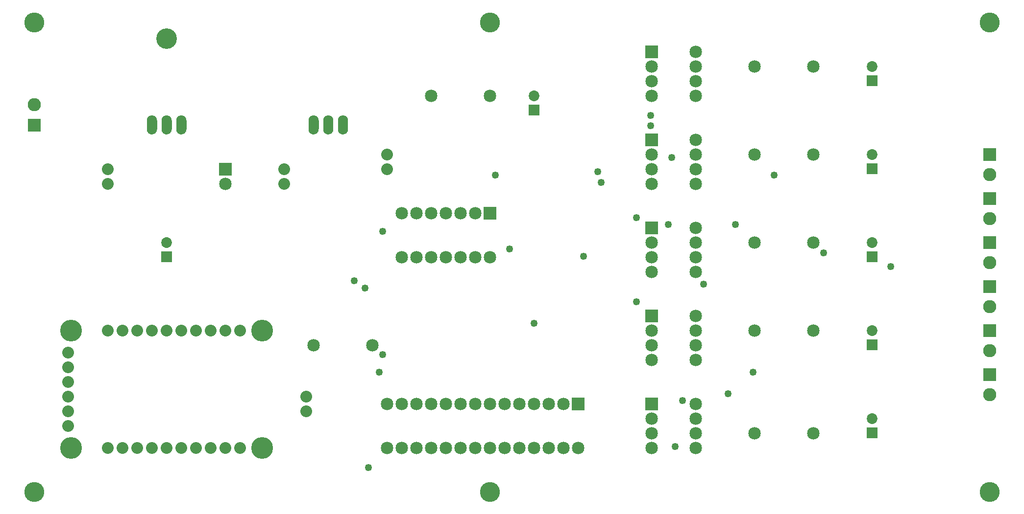
<source format=gbs>
G04 MADE WITH FRITZING*
G04 WWW.FRITZING.ORG*
G04 DOUBLE SIDED*
G04 HOLES PLATED*
G04 CONTOUR ON CENTER OF CONTOUR VECTOR*
%ASAXBY*%
%FSLAX23Y23*%
%MOIN*%
%OFA0B0*%
%SFA1.0B1.0*%
%ADD10C,0.070000*%
%ADD11C,0.140000*%
%ADD12C,0.085000*%
%ADD13C,0.080000*%
%ADD14C,0.072992*%
%ADD15C,0.135984*%
%ADD16C,0.063528*%
%ADD17C,0.090000*%
%ADD18C,0.148425*%
%ADD19C,0.049370*%
%ADD20R,0.085000X0.085000*%
%ADD21R,0.072992X0.072992*%
%ADD22R,0.090000X0.090000*%
%ADD23R,0.001000X0.001000*%
%LNMASK0*%
G90*
G70*
G54D10*
X939Y2654D03*
X1039Y2654D03*
X1139Y2654D03*
G54D11*
X1039Y3244D03*
G54D12*
X1439Y2354D03*
X1439Y2254D03*
G54D13*
X639Y2254D03*
X639Y2354D03*
X1839Y2254D03*
X1839Y2354D03*
G54D14*
X1039Y1755D03*
X1039Y1854D03*
G54D15*
X139Y154D03*
X139Y3354D03*
X6639Y3354D03*
X6639Y154D03*
G54D16*
X2039Y2654D03*
X2139Y2654D03*
X2239Y2654D03*
G54D15*
X3239Y3354D03*
X3239Y154D03*
G54D12*
X4339Y3154D03*
X4639Y3154D03*
X4339Y3054D03*
X4639Y3054D03*
X4339Y2954D03*
X4639Y2954D03*
X4339Y2854D03*
X4639Y2854D03*
X4339Y2554D03*
X4639Y2554D03*
X4339Y2454D03*
X4639Y2454D03*
X4339Y2354D03*
X4639Y2354D03*
X4339Y2254D03*
X4639Y2254D03*
X4339Y1954D03*
X4639Y1954D03*
X4339Y1854D03*
X4639Y1854D03*
X4339Y1754D03*
X4639Y1754D03*
X4339Y1654D03*
X4639Y1654D03*
X4339Y1354D03*
X4639Y1354D03*
X4339Y1254D03*
X4639Y1254D03*
X4339Y1154D03*
X4639Y1154D03*
X4339Y1054D03*
X4639Y1054D03*
X4339Y754D03*
X4639Y754D03*
X4339Y654D03*
X4639Y654D03*
X4339Y554D03*
X4639Y554D03*
X4339Y454D03*
X4639Y454D03*
X3239Y2054D03*
X3239Y1754D03*
X3139Y2054D03*
X3139Y1754D03*
X3039Y2054D03*
X3039Y1754D03*
X2939Y2054D03*
X2939Y1754D03*
X2839Y2054D03*
X2839Y1754D03*
X2739Y2054D03*
X2739Y1754D03*
X2639Y2054D03*
X2639Y1754D03*
G54D17*
X6639Y2154D03*
X6639Y2016D03*
X6639Y1854D03*
X6639Y1716D03*
X6639Y1554D03*
X6639Y1416D03*
X6639Y1254D03*
X6639Y1116D03*
X6639Y954D03*
X6639Y816D03*
G54D12*
X2039Y1154D03*
X2439Y1154D03*
G54D13*
X1989Y804D03*
X1989Y704D03*
X2539Y2354D03*
X2539Y2454D03*
G54D14*
X3539Y2755D03*
X3539Y2854D03*
G54D12*
X2839Y2854D03*
X3239Y2854D03*
G54D17*
X139Y2654D03*
X139Y2792D03*
G54D14*
X5839Y2955D03*
X5839Y3054D03*
X5839Y2355D03*
X5839Y2454D03*
X5839Y1755D03*
X5839Y1854D03*
X5839Y1155D03*
X5839Y1254D03*
X5839Y555D03*
X5839Y654D03*
G54D12*
X5039Y3054D03*
X5439Y3054D03*
X5039Y2454D03*
X5439Y2454D03*
X5039Y1854D03*
X5439Y1854D03*
X5039Y1254D03*
X5439Y1254D03*
X5039Y554D03*
X5439Y554D03*
X3839Y754D03*
X3839Y454D03*
X3739Y754D03*
X3739Y454D03*
X3639Y754D03*
X3639Y454D03*
X3539Y754D03*
X3539Y454D03*
X3439Y754D03*
X3439Y454D03*
X3339Y754D03*
X3339Y454D03*
X3239Y754D03*
X3239Y454D03*
X3139Y754D03*
X3139Y454D03*
X3039Y754D03*
X3039Y454D03*
X2939Y754D03*
X2939Y454D03*
X2839Y754D03*
X2839Y454D03*
X2739Y754D03*
X2739Y454D03*
X2639Y754D03*
X2639Y454D03*
X2539Y754D03*
X2539Y454D03*
G54D17*
X6639Y2454D03*
X6639Y2316D03*
G54D18*
X389Y1254D03*
X1689Y1254D03*
G54D13*
X369Y1104D03*
X369Y1004D03*
X369Y904D03*
X369Y804D03*
X369Y704D03*
X369Y604D03*
X1539Y1254D03*
X1439Y1254D03*
X1339Y1254D03*
X1239Y1254D03*
X1139Y1254D03*
X1039Y1254D03*
X939Y1254D03*
X839Y1254D03*
X739Y1254D03*
G54D18*
X1689Y454D03*
G54D13*
X639Y1254D03*
G54D18*
X389Y454D03*
G54D13*
X639Y454D03*
X739Y454D03*
X839Y454D03*
X939Y454D03*
X1039Y454D03*
X1139Y454D03*
X1239Y454D03*
X1339Y454D03*
X1439Y454D03*
X1539Y454D03*
G54D19*
X4452Y1976D03*
X4476Y2432D03*
X2508Y1928D03*
X4548Y776D03*
X3540Y1304D03*
X2508Y1088D03*
X3372Y1808D03*
X4236Y2024D03*
X2388Y1544D03*
X4500Y464D03*
X4236Y1448D03*
X3876Y1760D03*
X4692Y1568D03*
X4908Y1976D03*
X4332Y2648D03*
X3996Y2264D03*
X2316Y1592D03*
X2484Y968D03*
X5172Y2312D03*
X4332Y2720D03*
X3972Y2336D03*
X3276Y2312D03*
X2412Y320D03*
X5028Y968D03*
X4860Y824D03*
X5964Y1688D03*
X5508Y1784D03*
G54D20*
X1439Y2354D03*
G54D21*
X1039Y1755D03*
G54D20*
X4339Y3154D03*
X4339Y2554D03*
X4339Y1954D03*
X4339Y1354D03*
X4339Y754D03*
X3239Y2054D03*
G54D22*
X6639Y2154D03*
X6639Y1854D03*
X6639Y1554D03*
X6639Y1254D03*
X6639Y954D03*
G54D21*
X3539Y2755D03*
G54D22*
X139Y2654D03*
G54D21*
X5839Y2955D03*
X5839Y2355D03*
X5839Y1755D03*
X5839Y1155D03*
X5839Y555D03*
G54D20*
X3839Y754D03*
G54D22*
X6639Y2454D03*
G54D23*
X932Y2719D02*
X945Y2719D01*
X1032Y2719D02*
X1045Y2719D01*
X1132Y2719D02*
X1145Y2719D01*
X2032Y2719D02*
X2044Y2719D01*
X2132Y2719D02*
X2144Y2719D01*
X2232Y2719D02*
X2244Y2719D01*
X928Y2718D02*
X948Y2718D01*
X1028Y2718D02*
X1048Y2718D01*
X1128Y2718D02*
X1148Y2718D01*
X2028Y2718D02*
X2048Y2718D01*
X2128Y2718D02*
X2148Y2718D01*
X2228Y2718D02*
X2248Y2718D01*
X925Y2717D02*
X951Y2717D01*
X1025Y2717D02*
X1051Y2717D01*
X1125Y2717D02*
X1151Y2717D01*
X2025Y2717D02*
X2051Y2717D01*
X2125Y2717D02*
X2151Y2717D01*
X2225Y2717D02*
X2251Y2717D01*
X923Y2716D02*
X953Y2716D01*
X1023Y2716D02*
X1053Y2716D01*
X1123Y2716D02*
X1153Y2716D01*
X2023Y2716D02*
X2053Y2716D01*
X2123Y2716D02*
X2153Y2716D01*
X2223Y2716D02*
X2253Y2716D01*
X921Y2715D02*
X955Y2715D01*
X1021Y2715D02*
X1055Y2715D01*
X1121Y2715D02*
X1155Y2715D01*
X2021Y2715D02*
X2055Y2715D01*
X2121Y2715D02*
X2155Y2715D01*
X2221Y2715D02*
X2255Y2715D01*
X920Y2714D02*
X957Y2714D01*
X1020Y2714D02*
X1057Y2714D01*
X1120Y2714D02*
X1157Y2714D01*
X2019Y2714D02*
X2057Y2714D01*
X2119Y2714D02*
X2157Y2714D01*
X2219Y2714D02*
X2257Y2714D01*
X918Y2713D02*
X958Y2713D01*
X1018Y2713D02*
X1058Y2713D01*
X1118Y2713D02*
X1158Y2713D01*
X2018Y2713D02*
X2058Y2713D01*
X2118Y2713D02*
X2158Y2713D01*
X2218Y2713D02*
X2258Y2713D01*
X917Y2712D02*
X960Y2712D01*
X1017Y2712D02*
X1060Y2712D01*
X1117Y2712D02*
X1160Y2712D01*
X2017Y2712D02*
X2059Y2712D01*
X2117Y2712D02*
X2159Y2712D01*
X2217Y2712D02*
X2259Y2712D01*
X916Y2711D02*
X961Y2711D01*
X1016Y2711D02*
X1061Y2711D01*
X1116Y2711D02*
X1161Y2711D01*
X2015Y2711D02*
X2061Y2711D01*
X2115Y2711D02*
X2161Y2711D01*
X2215Y2711D02*
X2261Y2711D01*
X914Y2710D02*
X962Y2710D01*
X1014Y2710D02*
X1062Y2710D01*
X1114Y2710D02*
X1162Y2710D01*
X2014Y2710D02*
X2062Y2710D01*
X2114Y2710D02*
X2162Y2710D01*
X2214Y2710D02*
X2262Y2710D01*
X913Y2709D02*
X963Y2709D01*
X1013Y2709D02*
X1063Y2709D01*
X1113Y2709D02*
X1163Y2709D01*
X2013Y2709D02*
X2063Y2709D01*
X2113Y2709D02*
X2163Y2709D01*
X2213Y2709D02*
X2263Y2709D01*
X913Y2708D02*
X964Y2708D01*
X1013Y2708D02*
X1064Y2708D01*
X1113Y2708D02*
X1164Y2708D01*
X2012Y2708D02*
X2064Y2708D01*
X2112Y2708D02*
X2164Y2708D01*
X2212Y2708D02*
X2264Y2708D01*
X912Y2707D02*
X965Y2707D01*
X1012Y2707D02*
X1065Y2707D01*
X1112Y2707D02*
X1165Y2707D01*
X2012Y2707D02*
X2064Y2707D01*
X2112Y2707D02*
X2164Y2707D01*
X2212Y2707D02*
X2264Y2707D01*
X911Y2706D02*
X965Y2706D01*
X1011Y2706D02*
X1065Y2706D01*
X1111Y2706D02*
X1165Y2706D01*
X2011Y2706D02*
X2065Y2706D01*
X2111Y2706D02*
X2165Y2706D01*
X2211Y2706D02*
X2265Y2706D01*
X910Y2705D02*
X966Y2705D01*
X1010Y2705D02*
X1066Y2705D01*
X1110Y2705D02*
X1166Y2705D01*
X2010Y2705D02*
X2066Y2705D01*
X2110Y2705D02*
X2166Y2705D01*
X2210Y2705D02*
X2266Y2705D01*
X910Y2704D02*
X967Y2704D01*
X1010Y2704D02*
X1067Y2704D01*
X1109Y2704D02*
X1167Y2704D01*
X2009Y2704D02*
X2067Y2704D01*
X2109Y2704D02*
X2167Y2704D01*
X2209Y2704D02*
X2267Y2704D01*
X909Y2703D02*
X967Y2703D01*
X1009Y2703D02*
X1067Y2703D01*
X1109Y2703D02*
X1167Y2703D01*
X2009Y2703D02*
X2067Y2703D01*
X2109Y2703D02*
X2167Y2703D01*
X2209Y2703D02*
X2267Y2703D01*
X908Y2702D02*
X968Y2702D01*
X1008Y2702D02*
X1068Y2702D01*
X1108Y2702D02*
X1168Y2702D01*
X2008Y2702D02*
X2068Y2702D01*
X2108Y2702D02*
X2168Y2702D01*
X2208Y2702D02*
X2268Y2702D01*
X908Y2701D02*
X969Y2701D01*
X1008Y2701D02*
X1069Y2701D01*
X1108Y2701D02*
X1169Y2701D01*
X2008Y2701D02*
X2068Y2701D01*
X2108Y2701D02*
X2168Y2701D01*
X2208Y2701D02*
X2268Y2701D01*
X907Y2700D02*
X969Y2700D01*
X1007Y2700D02*
X1069Y2700D01*
X1107Y2700D02*
X1169Y2700D01*
X2007Y2700D02*
X2069Y2700D01*
X2107Y2700D02*
X2169Y2700D01*
X2207Y2700D02*
X2269Y2700D01*
X907Y2699D02*
X970Y2699D01*
X1007Y2699D02*
X1070Y2699D01*
X1107Y2699D02*
X1169Y2699D01*
X2007Y2699D02*
X2069Y2699D01*
X2107Y2699D02*
X2169Y2699D01*
X2207Y2699D02*
X2269Y2699D01*
X906Y2698D02*
X970Y2698D01*
X1006Y2698D02*
X1070Y2698D01*
X1106Y2698D02*
X1170Y2698D01*
X2006Y2698D02*
X2070Y2698D01*
X2106Y2698D02*
X2170Y2698D01*
X2206Y2698D02*
X2270Y2698D01*
X906Y2697D02*
X970Y2697D01*
X1006Y2697D02*
X1070Y2697D01*
X1106Y2697D02*
X1170Y2697D01*
X2006Y2697D02*
X2070Y2697D01*
X2106Y2697D02*
X2170Y2697D01*
X2206Y2697D02*
X2270Y2697D01*
X906Y2696D02*
X971Y2696D01*
X1006Y2696D02*
X1071Y2696D01*
X1106Y2696D02*
X1171Y2696D01*
X2006Y2696D02*
X2071Y2696D01*
X2105Y2696D02*
X2171Y2696D01*
X2205Y2696D02*
X2271Y2696D01*
X905Y2695D02*
X971Y2695D01*
X1005Y2695D02*
X1071Y2695D01*
X1105Y2695D02*
X1171Y2695D01*
X2005Y2695D02*
X2071Y2695D01*
X2105Y2695D02*
X2171Y2695D01*
X2205Y2695D02*
X2271Y2695D01*
X905Y2694D02*
X971Y2694D01*
X1005Y2694D02*
X1071Y2694D01*
X1105Y2694D02*
X1171Y2694D01*
X2005Y2694D02*
X2071Y2694D01*
X2105Y2694D02*
X2171Y2694D01*
X2205Y2694D02*
X2271Y2694D01*
X905Y2693D02*
X972Y2693D01*
X1005Y2693D02*
X1072Y2693D01*
X1105Y2693D02*
X1172Y2693D01*
X2005Y2693D02*
X2071Y2693D01*
X2105Y2693D02*
X2171Y2693D01*
X2205Y2693D02*
X2271Y2693D01*
X904Y2692D02*
X972Y2692D01*
X1004Y2692D02*
X1072Y2692D01*
X1104Y2692D02*
X1172Y2692D01*
X2004Y2692D02*
X2072Y2692D01*
X2104Y2692D02*
X2172Y2692D01*
X2204Y2692D02*
X2272Y2692D01*
X904Y2691D02*
X972Y2691D01*
X1004Y2691D02*
X1072Y2691D01*
X1104Y2691D02*
X1172Y2691D01*
X2004Y2691D02*
X2072Y2691D01*
X2104Y2691D02*
X2172Y2691D01*
X2204Y2691D02*
X2272Y2691D01*
X904Y2690D02*
X972Y2690D01*
X1004Y2690D02*
X1072Y2690D01*
X1104Y2690D02*
X1172Y2690D01*
X2004Y2690D02*
X2072Y2690D01*
X2104Y2690D02*
X2172Y2690D01*
X2204Y2690D02*
X2272Y2690D01*
X904Y2689D02*
X972Y2689D01*
X1004Y2689D02*
X1072Y2689D01*
X1104Y2689D02*
X1172Y2689D01*
X2004Y2689D02*
X2072Y2689D01*
X2104Y2689D02*
X2172Y2689D01*
X2204Y2689D02*
X2272Y2689D01*
X904Y2688D02*
X972Y2688D01*
X1004Y2688D02*
X1072Y2688D01*
X1104Y2688D02*
X1172Y2688D01*
X2004Y2688D02*
X2072Y2688D01*
X2104Y2688D02*
X2172Y2688D01*
X2204Y2688D02*
X2272Y2688D01*
X904Y2687D02*
X973Y2687D01*
X1004Y2687D02*
X1073Y2687D01*
X1104Y2687D02*
X1173Y2687D01*
X2004Y2687D02*
X2072Y2687D01*
X2104Y2687D02*
X2172Y2687D01*
X2204Y2687D02*
X2272Y2687D01*
X904Y2686D02*
X973Y2686D01*
X1004Y2686D02*
X1073Y2686D01*
X1104Y2686D02*
X1173Y2686D01*
X2004Y2686D02*
X2072Y2686D01*
X2104Y2686D02*
X2172Y2686D01*
X2204Y2686D02*
X2272Y2686D01*
X904Y2685D02*
X973Y2685D01*
X1004Y2685D02*
X1073Y2685D01*
X1104Y2685D02*
X1173Y2685D01*
X2004Y2685D02*
X2073Y2685D01*
X2104Y2685D02*
X2172Y2685D01*
X2204Y2685D02*
X2272Y2685D01*
X904Y2684D02*
X973Y2684D01*
X1004Y2684D02*
X1073Y2684D01*
X1104Y2684D02*
X1173Y2684D01*
X2004Y2684D02*
X2073Y2684D01*
X2104Y2684D02*
X2172Y2684D01*
X2204Y2684D02*
X2272Y2684D01*
X904Y2683D02*
X973Y2683D01*
X1004Y2683D02*
X1073Y2683D01*
X1104Y2683D02*
X1173Y2683D01*
X2004Y2683D02*
X2073Y2683D01*
X2104Y2683D02*
X2172Y2683D01*
X2204Y2683D02*
X2272Y2683D01*
X904Y2682D02*
X973Y2682D01*
X1004Y2682D02*
X1073Y2682D01*
X1104Y2682D02*
X1173Y2682D01*
X2004Y2682D02*
X2073Y2682D01*
X2104Y2682D02*
X2172Y2682D01*
X2204Y2682D02*
X2272Y2682D01*
X904Y2681D02*
X973Y2681D01*
X1004Y2681D02*
X1073Y2681D01*
X1104Y2681D02*
X1173Y2681D01*
X2004Y2681D02*
X2073Y2681D01*
X2104Y2681D02*
X2172Y2681D01*
X2204Y2681D02*
X2272Y2681D01*
X904Y2680D02*
X973Y2680D01*
X1004Y2680D02*
X1073Y2680D01*
X1104Y2680D02*
X1173Y2680D01*
X2004Y2680D02*
X2073Y2680D01*
X2104Y2680D02*
X2172Y2680D01*
X2204Y2680D02*
X2272Y2680D01*
X904Y2679D02*
X973Y2679D01*
X1004Y2679D02*
X1073Y2679D01*
X1104Y2679D02*
X1173Y2679D01*
X2004Y2679D02*
X2073Y2679D01*
X2104Y2679D02*
X2172Y2679D01*
X2204Y2679D02*
X2272Y2679D01*
X904Y2678D02*
X973Y2678D01*
X1004Y2678D02*
X1073Y2678D01*
X1104Y2678D02*
X1173Y2678D01*
X2004Y2678D02*
X2073Y2678D01*
X2104Y2678D02*
X2172Y2678D01*
X2204Y2678D02*
X2272Y2678D01*
X904Y2677D02*
X973Y2677D01*
X1004Y2677D02*
X1073Y2677D01*
X1104Y2677D02*
X1173Y2677D01*
X2004Y2677D02*
X2073Y2677D01*
X2104Y2677D02*
X2172Y2677D01*
X2204Y2677D02*
X2272Y2677D01*
X904Y2676D02*
X973Y2676D01*
X1004Y2676D02*
X1073Y2676D01*
X1104Y2676D02*
X1173Y2676D01*
X2004Y2676D02*
X2073Y2676D01*
X2104Y2676D02*
X2172Y2676D01*
X2204Y2676D02*
X2272Y2676D01*
X904Y2675D02*
X973Y2675D01*
X1004Y2675D02*
X1073Y2675D01*
X1104Y2675D02*
X1173Y2675D01*
X2004Y2675D02*
X2073Y2675D01*
X2104Y2675D02*
X2172Y2675D01*
X2204Y2675D02*
X2272Y2675D01*
X904Y2674D02*
X973Y2674D01*
X1004Y2674D02*
X1073Y2674D01*
X1104Y2674D02*
X1173Y2674D01*
X2004Y2674D02*
X2073Y2674D01*
X2104Y2674D02*
X2172Y2674D01*
X2204Y2674D02*
X2272Y2674D01*
X904Y2673D02*
X973Y2673D01*
X1004Y2673D02*
X1073Y2673D01*
X1104Y2673D02*
X1173Y2673D01*
X2004Y2673D02*
X2073Y2673D01*
X2104Y2673D02*
X2172Y2673D01*
X2204Y2673D02*
X2272Y2673D01*
X904Y2672D02*
X973Y2672D01*
X1004Y2672D02*
X1073Y2672D01*
X1104Y2672D02*
X1173Y2672D01*
X2004Y2672D02*
X2073Y2672D01*
X2104Y2672D02*
X2172Y2672D01*
X2204Y2672D02*
X2272Y2672D01*
X904Y2671D02*
X973Y2671D01*
X1004Y2671D02*
X1073Y2671D01*
X1104Y2671D02*
X1173Y2671D01*
X2004Y2671D02*
X2073Y2671D01*
X2104Y2671D02*
X2172Y2671D01*
X2204Y2671D02*
X2272Y2671D01*
X904Y2670D02*
X973Y2670D01*
X1004Y2670D02*
X1073Y2670D01*
X1104Y2670D02*
X1173Y2670D01*
X2004Y2670D02*
X2073Y2670D01*
X2104Y2670D02*
X2172Y2670D01*
X2204Y2670D02*
X2272Y2670D01*
X904Y2669D02*
X933Y2669D01*
X943Y2669D02*
X973Y2669D01*
X1004Y2669D02*
X1033Y2669D01*
X1043Y2669D02*
X1073Y2669D01*
X1104Y2669D02*
X1133Y2669D01*
X1143Y2669D02*
X1173Y2669D01*
X2004Y2669D02*
X2033Y2669D01*
X2043Y2669D02*
X2073Y2669D01*
X2104Y2669D02*
X2133Y2669D01*
X2143Y2669D02*
X2172Y2669D01*
X2204Y2669D02*
X2233Y2669D01*
X2243Y2669D02*
X2272Y2669D01*
X904Y2668D02*
X931Y2668D01*
X946Y2668D02*
X973Y2668D01*
X1004Y2668D02*
X1031Y2668D01*
X1046Y2668D02*
X1073Y2668D01*
X1104Y2668D02*
X1131Y2668D01*
X1146Y2668D02*
X1173Y2668D01*
X2004Y2668D02*
X2030Y2668D01*
X2046Y2668D02*
X2073Y2668D01*
X2104Y2668D02*
X2130Y2668D01*
X2146Y2668D02*
X2172Y2668D01*
X2204Y2668D02*
X2230Y2668D01*
X2246Y2668D02*
X2272Y2668D01*
X904Y2667D02*
X929Y2667D01*
X947Y2667D02*
X973Y2667D01*
X1004Y2667D02*
X1029Y2667D01*
X1047Y2667D02*
X1073Y2667D01*
X1104Y2667D02*
X1129Y2667D01*
X1147Y2667D02*
X1173Y2667D01*
X2004Y2667D02*
X2029Y2667D01*
X2047Y2667D02*
X2073Y2667D01*
X2104Y2667D02*
X2129Y2667D01*
X2147Y2667D02*
X2172Y2667D01*
X2204Y2667D02*
X2229Y2667D01*
X2247Y2667D02*
X2272Y2667D01*
X904Y2666D02*
X928Y2666D01*
X949Y2666D02*
X973Y2666D01*
X1004Y2666D02*
X1028Y2666D01*
X1049Y2666D02*
X1073Y2666D01*
X1104Y2666D02*
X1128Y2666D01*
X1149Y2666D02*
X1173Y2666D01*
X2004Y2666D02*
X2028Y2666D01*
X2048Y2666D02*
X2073Y2666D01*
X2104Y2666D02*
X2128Y2666D01*
X2148Y2666D02*
X2172Y2666D01*
X2204Y2666D02*
X2228Y2666D01*
X2248Y2666D02*
X2272Y2666D01*
X904Y2665D02*
X927Y2665D01*
X950Y2665D02*
X973Y2665D01*
X1004Y2665D02*
X1027Y2665D01*
X1050Y2665D02*
X1073Y2665D01*
X1104Y2665D02*
X1127Y2665D01*
X1150Y2665D02*
X1173Y2665D01*
X2004Y2665D02*
X2027Y2665D01*
X2049Y2665D02*
X2073Y2665D01*
X2104Y2665D02*
X2127Y2665D01*
X2149Y2665D02*
X2172Y2665D01*
X2204Y2665D02*
X2227Y2665D01*
X2249Y2665D02*
X2272Y2665D01*
X904Y2664D02*
X926Y2664D01*
X950Y2664D02*
X973Y2664D01*
X1004Y2664D02*
X1026Y2664D01*
X1050Y2664D02*
X1073Y2664D01*
X1104Y2664D02*
X1126Y2664D01*
X1150Y2664D02*
X1173Y2664D01*
X2004Y2664D02*
X2026Y2664D01*
X2050Y2664D02*
X2073Y2664D01*
X2104Y2664D02*
X2126Y2664D01*
X2150Y2664D02*
X2172Y2664D01*
X2204Y2664D02*
X2226Y2664D01*
X2250Y2664D02*
X2272Y2664D01*
X904Y2663D02*
X925Y2663D01*
X951Y2663D02*
X973Y2663D01*
X1004Y2663D02*
X1025Y2663D01*
X1051Y2663D02*
X1073Y2663D01*
X1104Y2663D02*
X1125Y2663D01*
X1151Y2663D02*
X1173Y2663D01*
X2004Y2663D02*
X2025Y2663D01*
X2051Y2663D02*
X2073Y2663D01*
X2104Y2663D02*
X2125Y2663D01*
X2151Y2663D02*
X2172Y2663D01*
X2204Y2663D02*
X2225Y2663D01*
X2251Y2663D02*
X2272Y2663D01*
X904Y2662D02*
X925Y2662D01*
X952Y2662D02*
X973Y2662D01*
X1004Y2662D02*
X1025Y2662D01*
X1052Y2662D02*
X1073Y2662D01*
X1104Y2662D02*
X1125Y2662D01*
X1152Y2662D02*
X1173Y2662D01*
X2004Y2662D02*
X2024Y2662D01*
X2052Y2662D02*
X2073Y2662D01*
X2104Y2662D02*
X2124Y2662D01*
X2152Y2662D02*
X2172Y2662D01*
X2204Y2662D02*
X2224Y2662D01*
X2252Y2662D02*
X2272Y2662D01*
X904Y2661D02*
X924Y2661D01*
X952Y2661D02*
X973Y2661D01*
X1004Y2661D02*
X1024Y2661D01*
X1052Y2661D02*
X1073Y2661D01*
X1104Y2661D02*
X1124Y2661D01*
X1152Y2661D02*
X1173Y2661D01*
X2004Y2661D02*
X2024Y2661D01*
X2052Y2661D02*
X2073Y2661D01*
X2104Y2661D02*
X2124Y2661D01*
X2152Y2661D02*
X2172Y2661D01*
X2204Y2661D02*
X2224Y2661D01*
X2252Y2661D02*
X2272Y2661D01*
X904Y2660D02*
X924Y2660D01*
X953Y2660D02*
X973Y2660D01*
X1004Y2660D02*
X1024Y2660D01*
X1053Y2660D02*
X1073Y2660D01*
X1104Y2660D02*
X1124Y2660D01*
X1153Y2660D02*
X1173Y2660D01*
X2004Y2660D02*
X2023Y2660D01*
X2053Y2660D02*
X2073Y2660D01*
X2104Y2660D02*
X2123Y2660D01*
X2153Y2660D02*
X2172Y2660D01*
X2204Y2660D02*
X2223Y2660D01*
X2253Y2660D02*
X2272Y2660D01*
X904Y2659D02*
X923Y2659D01*
X953Y2659D02*
X973Y2659D01*
X1004Y2659D02*
X1023Y2659D01*
X1053Y2659D02*
X1073Y2659D01*
X1104Y2659D02*
X1123Y2659D01*
X1153Y2659D02*
X1173Y2659D01*
X2004Y2659D02*
X2023Y2659D01*
X2053Y2659D02*
X2073Y2659D01*
X2104Y2659D02*
X2123Y2659D01*
X2153Y2659D02*
X2172Y2659D01*
X2204Y2659D02*
X2223Y2659D01*
X2253Y2659D02*
X2272Y2659D01*
X904Y2658D02*
X923Y2658D01*
X953Y2658D02*
X973Y2658D01*
X1004Y2658D02*
X1023Y2658D01*
X1053Y2658D02*
X1073Y2658D01*
X1104Y2658D02*
X1123Y2658D01*
X1153Y2658D02*
X1173Y2658D01*
X2004Y2658D02*
X2023Y2658D01*
X2053Y2658D02*
X2073Y2658D01*
X2104Y2658D02*
X2123Y2658D01*
X2153Y2658D02*
X2172Y2658D01*
X2204Y2658D02*
X2223Y2658D01*
X2253Y2658D02*
X2272Y2658D01*
X904Y2657D02*
X923Y2657D01*
X953Y2657D02*
X973Y2657D01*
X1004Y2657D02*
X1023Y2657D01*
X1053Y2657D02*
X1073Y2657D01*
X1104Y2657D02*
X1123Y2657D01*
X1153Y2657D02*
X1173Y2657D01*
X2004Y2657D02*
X2023Y2657D01*
X2053Y2657D02*
X2073Y2657D01*
X2104Y2657D02*
X2123Y2657D01*
X2153Y2657D02*
X2172Y2657D01*
X2204Y2657D02*
X2223Y2657D01*
X2253Y2657D02*
X2272Y2657D01*
X904Y2656D02*
X923Y2656D01*
X954Y2656D02*
X973Y2656D01*
X1004Y2656D02*
X1023Y2656D01*
X1054Y2656D02*
X1073Y2656D01*
X1104Y2656D02*
X1123Y2656D01*
X1154Y2656D02*
X1173Y2656D01*
X2004Y2656D02*
X2023Y2656D01*
X2053Y2656D02*
X2073Y2656D01*
X2104Y2656D02*
X2123Y2656D01*
X2153Y2656D02*
X2172Y2656D01*
X2204Y2656D02*
X2223Y2656D01*
X2253Y2656D02*
X2272Y2656D01*
X904Y2655D02*
X923Y2655D01*
X954Y2655D02*
X973Y2655D01*
X1004Y2655D02*
X1023Y2655D01*
X1054Y2655D02*
X1073Y2655D01*
X1104Y2655D02*
X1123Y2655D01*
X1154Y2655D02*
X1173Y2655D01*
X2004Y2655D02*
X2023Y2655D01*
X2053Y2655D02*
X2073Y2655D01*
X2104Y2655D02*
X2123Y2655D01*
X2153Y2655D02*
X2172Y2655D01*
X2204Y2655D02*
X2223Y2655D01*
X2253Y2655D02*
X2272Y2655D01*
X904Y2654D02*
X923Y2654D01*
X954Y2654D02*
X973Y2654D01*
X1004Y2654D02*
X1023Y2654D01*
X1054Y2654D02*
X1073Y2654D01*
X1104Y2654D02*
X1123Y2654D01*
X1154Y2654D02*
X1173Y2654D01*
X2004Y2654D02*
X2023Y2654D01*
X2053Y2654D02*
X2073Y2654D01*
X2104Y2654D02*
X2118Y2654D01*
X2153Y2654D02*
X2172Y2654D01*
X2204Y2654D02*
X2223Y2654D01*
X2253Y2654D02*
X2272Y2654D01*
X904Y2653D02*
X923Y2653D01*
X954Y2653D02*
X973Y2653D01*
X1004Y2653D02*
X1023Y2653D01*
X1054Y2653D02*
X1073Y2653D01*
X1104Y2653D02*
X1123Y2653D01*
X1153Y2653D02*
X1173Y2653D01*
X2004Y2653D02*
X2023Y2653D01*
X2053Y2653D02*
X2073Y2653D01*
X2104Y2653D02*
X2118Y2653D01*
X2123Y2653D02*
X2123Y2653D01*
X2153Y2653D02*
X2172Y2653D01*
X2204Y2653D02*
X2223Y2653D01*
X2253Y2653D02*
X2272Y2653D01*
X904Y2652D02*
X923Y2652D01*
X953Y2652D02*
X973Y2652D01*
X1004Y2652D02*
X1023Y2652D01*
X1053Y2652D02*
X1073Y2652D01*
X1104Y2652D02*
X1123Y2652D01*
X1153Y2652D02*
X1173Y2652D01*
X2004Y2652D02*
X2023Y2652D01*
X2053Y2652D02*
X2073Y2652D01*
X2104Y2652D02*
X2118Y2652D01*
X2123Y2652D02*
X2123Y2652D01*
X2153Y2652D02*
X2172Y2652D01*
X2204Y2652D02*
X2223Y2652D01*
X2253Y2652D02*
X2272Y2652D01*
X904Y2651D02*
X923Y2651D01*
X953Y2651D02*
X973Y2651D01*
X1004Y2651D02*
X1023Y2651D01*
X1053Y2651D02*
X1073Y2651D01*
X1104Y2651D02*
X1123Y2651D01*
X1153Y2651D02*
X1173Y2651D01*
X2004Y2651D02*
X2023Y2651D01*
X2053Y2651D02*
X2073Y2651D01*
X2104Y2651D02*
X2118Y2651D01*
X2122Y2651D02*
X2123Y2651D01*
X2153Y2651D02*
X2172Y2651D01*
X2204Y2651D02*
X2223Y2651D01*
X2253Y2651D02*
X2272Y2651D01*
X904Y2650D02*
X923Y2650D01*
X953Y2650D02*
X973Y2650D01*
X1004Y2650D02*
X1023Y2650D01*
X1053Y2650D02*
X1073Y2650D01*
X1104Y2650D02*
X1123Y2650D01*
X1153Y2650D02*
X1173Y2650D01*
X2004Y2650D02*
X2023Y2650D01*
X2053Y2650D02*
X2073Y2650D01*
X2104Y2650D02*
X2118Y2650D01*
X2120Y2650D02*
X2123Y2650D01*
X2153Y2650D02*
X2172Y2650D01*
X2204Y2650D02*
X2223Y2650D01*
X2253Y2650D02*
X2272Y2650D01*
X904Y2649D02*
X924Y2649D01*
X953Y2649D02*
X973Y2649D01*
X1004Y2649D02*
X1024Y2649D01*
X1053Y2649D02*
X1073Y2649D01*
X1104Y2649D02*
X1124Y2649D01*
X1153Y2649D02*
X1173Y2649D01*
X2004Y2649D02*
X2024Y2649D01*
X2052Y2649D02*
X2073Y2649D01*
X2104Y2649D02*
X2124Y2649D01*
X2152Y2649D02*
X2172Y2649D01*
X2204Y2649D02*
X2224Y2649D01*
X2252Y2649D02*
X2272Y2649D01*
X904Y2648D02*
X924Y2648D01*
X952Y2648D02*
X973Y2648D01*
X1004Y2648D02*
X1024Y2648D01*
X1052Y2648D02*
X1073Y2648D01*
X1104Y2648D02*
X1124Y2648D01*
X1152Y2648D02*
X1173Y2648D01*
X2004Y2648D02*
X2024Y2648D01*
X2052Y2648D02*
X2073Y2648D01*
X2104Y2648D02*
X2124Y2648D01*
X2152Y2648D02*
X2172Y2648D01*
X2204Y2648D02*
X2224Y2648D01*
X2252Y2648D02*
X2272Y2648D01*
X904Y2647D02*
X925Y2647D01*
X952Y2647D02*
X973Y2647D01*
X1004Y2647D02*
X1025Y2647D01*
X1052Y2647D02*
X1073Y2647D01*
X1104Y2647D02*
X1125Y2647D01*
X1151Y2647D02*
X1173Y2647D01*
X2004Y2647D02*
X2025Y2647D01*
X2051Y2647D02*
X2073Y2647D01*
X2104Y2647D02*
X2125Y2647D01*
X2151Y2647D02*
X2172Y2647D01*
X2204Y2647D02*
X2225Y2647D01*
X2251Y2647D02*
X2272Y2647D01*
X904Y2646D02*
X926Y2646D01*
X951Y2646D02*
X973Y2646D01*
X1004Y2646D02*
X1026Y2646D01*
X1051Y2646D02*
X1073Y2646D01*
X1104Y2646D02*
X1125Y2646D01*
X1151Y2646D02*
X1173Y2646D01*
X2004Y2646D02*
X2025Y2646D01*
X2051Y2646D02*
X2073Y2646D01*
X2104Y2646D02*
X2125Y2646D01*
X2151Y2646D02*
X2172Y2646D01*
X2204Y2646D02*
X2225Y2646D01*
X2251Y2646D02*
X2272Y2646D01*
X904Y2645D02*
X926Y2645D01*
X950Y2645D02*
X973Y2645D01*
X1004Y2645D02*
X1026Y2645D01*
X1050Y2645D02*
X1073Y2645D01*
X1104Y2645D02*
X1126Y2645D01*
X1150Y2645D02*
X1173Y2645D01*
X2004Y2645D02*
X2026Y2645D01*
X2050Y2645D02*
X2073Y2645D01*
X2104Y2645D02*
X2126Y2645D01*
X2150Y2645D02*
X2172Y2645D01*
X2204Y2645D02*
X2226Y2645D01*
X2250Y2645D02*
X2272Y2645D01*
X904Y2644D02*
X927Y2644D01*
X949Y2644D02*
X973Y2644D01*
X1004Y2644D02*
X1027Y2644D01*
X1049Y2644D02*
X1073Y2644D01*
X1104Y2644D02*
X1127Y2644D01*
X1149Y2644D02*
X1173Y2644D01*
X2004Y2644D02*
X2027Y2644D01*
X2049Y2644D02*
X2073Y2644D01*
X2104Y2644D02*
X2127Y2644D01*
X2149Y2644D02*
X2172Y2644D01*
X2204Y2644D02*
X2227Y2644D01*
X2249Y2644D02*
X2272Y2644D01*
X904Y2643D02*
X928Y2643D01*
X948Y2643D02*
X973Y2643D01*
X1004Y2643D02*
X1028Y2643D01*
X1048Y2643D02*
X1073Y2643D01*
X1104Y2643D02*
X1128Y2643D01*
X1148Y2643D02*
X1173Y2643D01*
X2004Y2643D02*
X2028Y2643D01*
X2048Y2643D02*
X2073Y2643D01*
X2104Y2643D02*
X2128Y2643D01*
X2148Y2643D02*
X2172Y2643D01*
X2204Y2643D02*
X2228Y2643D01*
X2248Y2643D02*
X2272Y2643D01*
X904Y2642D02*
X930Y2642D01*
X947Y2642D02*
X973Y2642D01*
X1004Y2642D02*
X1030Y2642D01*
X1047Y2642D02*
X1073Y2642D01*
X1104Y2642D02*
X1130Y2642D01*
X1147Y2642D02*
X1173Y2642D01*
X2004Y2642D02*
X2030Y2642D01*
X2046Y2642D02*
X2073Y2642D01*
X2104Y2642D02*
X2130Y2642D01*
X2146Y2642D02*
X2172Y2642D01*
X2204Y2642D02*
X2230Y2642D01*
X2246Y2642D02*
X2272Y2642D01*
X904Y2641D02*
X932Y2641D01*
X945Y2641D02*
X973Y2641D01*
X1004Y2641D02*
X1032Y2641D01*
X1045Y2641D02*
X1073Y2641D01*
X1104Y2641D02*
X1132Y2641D01*
X1145Y2641D02*
X1173Y2641D01*
X2004Y2641D02*
X2031Y2641D01*
X2045Y2641D02*
X2073Y2641D01*
X2104Y2641D02*
X2131Y2641D01*
X2145Y2641D02*
X2172Y2641D01*
X2204Y2641D02*
X2231Y2641D01*
X2245Y2641D02*
X2272Y2641D01*
X904Y2640D02*
X935Y2640D01*
X941Y2640D02*
X973Y2640D01*
X1004Y2640D02*
X1035Y2640D01*
X1041Y2640D02*
X1073Y2640D01*
X1104Y2640D02*
X1135Y2640D01*
X1141Y2640D02*
X1173Y2640D01*
X2004Y2640D02*
X2035Y2640D01*
X2041Y2640D02*
X2073Y2640D01*
X2104Y2640D02*
X2135Y2640D01*
X2141Y2640D02*
X2172Y2640D01*
X2204Y2640D02*
X2235Y2640D01*
X2241Y2640D02*
X2272Y2640D01*
X904Y2639D02*
X973Y2639D01*
X1004Y2639D02*
X1073Y2639D01*
X1104Y2639D02*
X1173Y2639D01*
X2004Y2639D02*
X2073Y2639D01*
X2104Y2639D02*
X2172Y2639D01*
X2204Y2639D02*
X2272Y2639D01*
X904Y2638D02*
X973Y2638D01*
X1004Y2638D02*
X1073Y2638D01*
X1104Y2638D02*
X1173Y2638D01*
X2004Y2638D02*
X2073Y2638D01*
X2104Y2638D02*
X2172Y2638D01*
X2204Y2638D02*
X2272Y2638D01*
X904Y2637D02*
X973Y2637D01*
X1004Y2637D02*
X1073Y2637D01*
X1104Y2637D02*
X1173Y2637D01*
X2004Y2637D02*
X2073Y2637D01*
X2104Y2637D02*
X2172Y2637D01*
X2204Y2637D02*
X2272Y2637D01*
X904Y2636D02*
X973Y2636D01*
X1004Y2636D02*
X1073Y2636D01*
X1104Y2636D02*
X1173Y2636D01*
X2004Y2636D02*
X2073Y2636D01*
X2104Y2636D02*
X2172Y2636D01*
X2204Y2636D02*
X2272Y2636D01*
X904Y2635D02*
X973Y2635D01*
X1004Y2635D02*
X1073Y2635D01*
X1104Y2635D02*
X1173Y2635D01*
X2004Y2635D02*
X2073Y2635D01*
X2104Y2635D02*
X2172Y2635D01*
X2204Y2635D02*
X2272Y2635D01*
X904Y2634D02*
X973Y2634D01*
X1004Y2634D02*
X1073Y2634D01*
X1104Y2634D02*
X1173Y2634D01*
X2004Y2634D02*
X2073Y2634D01*
X2104Y2634D02*
X2172Y2634D01*
X2204Y2634D02*
X2272Y2634D01*
X904Y2633D02*
X973Y2633D01*
X1004Y2633D02*
X1073Y2633D01*
X1104Y2633D02*
X1173Y2633D01*
X2004Y2633D02*
X2073Y2633D01*
X2104Y2633D02*
X2172Y2633D01*
X2204Y2633D02*
X2272Y2633D01*
X904Y2632D02*
X973Y2632D01*
X1004Y2632D02*
X1073Y2632D01*
X1104Y2632D02*
X1173Y2632D01*
X2004Y2632D02*
X2073Y2632D01*
X2104Y2632D02*
X2172Y2632D01*
X2204Y2632D02*
X2272Y2632D01*
X904Y2631D02*
X973Y2631D01*
X1004Y2631D02*
X1073Y2631D01*
X1104Y2631D02*
X1173Y2631D01*
X2004Y2631D02*
X2073Y2631D01*
X2104Y2631D02*
X2172Y2631D01*
X2204Y2631D02*
X2272Y2631D01*
X904Y2630D02*
X973Y2630D01*
X1004Y2630D02*
X1073Y2630D01*
X1104Y2630D02*
X1173Y2630D01*
X2004Y2630D02*
X2073Y2630D01*
X2104Y2630D02*
X2172Y2630D01*
X2204Y2630D02*
X2272Y2630D01*
X904Y2629D02*
X973Y2629D01*
X1004Y2629D02*
X1073Y2629D01*
X1104Y2629D02*
X1173Y2629D01*
X2004Y2629D02*
X2073Y2629D01*
X2104Y2629D02*
X2172Y2629D01*
X2204Y2629D02*
X2272Y2629D01*
X904Y2628D02*
X973Y2628D01*
X1004Y2628D02*
X1073Y2628D01*
X1104Y2628D02*
X1173Y2628D01*
X2004Y2628D02*
X2073Y2628D01*
X2104Y2628D02*
X2172Y2628D01*
X2204Y2628D02*
X2272Y2628D01*
X904Y2627D02*
X973Y2627D01*
X1004Y2627D02*
X1073Y2627D01*
X1104Y2627D02*
X1173Y2627D01*
X2004Y2627D02*
X2073Y2627D01*
X2104Y2627D02*
X2172Y2627D01*
X2204Y2627D02*
X2272Y2627D01*
X904Y2626D02*
X973Y2626D01*
X1004Y2626D02*
X1073Y2626D01*
X1104Y2626D02*
X1173Y2626D01*
X2004Y2626D02*
X2073Y2626D01*
X2104Y2626D02*
X2172Y2626D01*
X2204Y2626D02*
X2272Y2626D01*
X904Y2625D02*
X973Y2625D01*
X1004Y2625D02*
X1073Y2625D01*
X1104Y2625D02*
X1173Y2625D01*
X2004Y2625D02*
X2073Y2625D01*
X2104Y2625D02*
X2172Y2625D01*
X2204Y2625D02*
X2272Y2625D01*
X904Y2624D02*
X973Y2624D01*
X1004Y2624D02*
X1073Y2624D01*
X1104Y2624D02*
X1173Y2624D01*
X2004Y2624D02*
X2072Y2624D01*
X2104Y2624D02*
X2172Y2624D01*
X2204Y2624D02*
X2272Y2624D01*
X904Y2623D02*
X973Y2623D01*
X1004Y2623D02*
X1073Y2623D01*
X1104Y2623D02*
X1173Y2623D01*
X2004Y2623D02*
X2072Y2623D01*
X2104Y2623D02*
X2172Y2623D01*
X2204Y2623D02*
X2272Y2623D01*
X904Y2622D02*
X973Y2622D01*
X1004Y2622D02*
X1073Y2622D01*
X1104Y2622D02*
X1172Y2622D01*
X2004Y2622D02*
X2072Y2622D01*
X2104Y2622D02*
X2172Y2622D01*
X2204Y2622D02*
X2272Y2622D01*
X904Y2621D02*
X972Y2621D01*
X1004Y2621D02*
X1072Y2621D01*
X1104Y2621D02*
X1172Y2621D01*
X2004Y2621D02*
X2072Y2621D01*
X2104Y2621D02*
X2172Y2621D01*
X2204Y2621D02*
X2272Y2621D01*
X904Y2620D02*
X972Y2620D01*
X1004Y2620D02*
X1072Y2620D01*
X1104Y2620D02*
X1172Y2620D01*
X2004Y2620D02*
X2072Y2620D01*
X2104Y2620D02*
X2172Y2620D01*
X2204Y2620D02*
X2272Y2620D01*
X904Y2619D02*
X972Y2619D01*
X1004Y2619D02*
X1072Y2619D01*
X1104Y2619D02*
X1172Y2619D01*
X2004Y2619D02*
X2072Y2619D01*
X2104Y2619D02*
X2172Y2619D01*
X2204Y2619D02*
X2272Y2619D01*
X904Y2618D02*
X972Y2618D01*
X1004Y2618D02*
X1072Y2618D01*
X1104Y2618D02*
X1172Y2618D01*
X2004Y2618D02*
X2072Y2618D01*
X2104Y2618D02*
X2172Y2618D01*
X2204Y2618D02*
X2272Y2618D01*
X905Y2617D02*
X972Y2617D01*
X1005Y2617D02*
X1072Y2617D01*
X1105Y2617D02*
X1172Y2617D01*
X2004Y2617D02*
X2072Y2617D01*
X2104Y2617D02*
X2172Y2617D01*
X2204Y2617D02*
X2272Y2617D01*
X905Y2616D02*
X971Y2616D01*
X1005Y2616D02*
X1071Y2616D01*
X1105Y2616D02*
X1171Y2616D01*
X2005Y2616D02*
X2071Y2616D01*
X2105Y2616D02*
X2171Y2616D01*
X2205Y2616D02*
X2271Y2616D01*
X905Y2615D02*
X971Y2615D01*
X1005Y2615D02*
X1071Y2615D01*
X1105Y2615D02*
X1171Y2615D01*
X2005Y2615D02*
X2071Y2615D01*
X2105Y2615D02*
X2171Y2615D01*
X2205Y2615D02*
X2271Y2615D01*
X905Y2614D02*
X971Y2614D01*
X1005Y2614D02*
X1071Y2614D01*
X1105Y2614D02*
X1171Y2614D01*
X2005Y2614D02*
X2071Y2614D01*
X2105Y2614D02*
X2171Y2614D01*
X2205Y2614D02*
X2271Y2614D01*
X906Y2613D02*
X971Y2613D01*
X1006Y2613D02*
X1070Y2613D01*
X1106Y2613D02*
X1170Y2613D01*
X2006Y2613D02*
X2070Y2613D01*
X2106Y2613D02*
X2170Y2613D01*
X2206Y2613D02*
X2270Y2613D01*
X906Y2612D02*
X970Y2612D01*
X1006Y2612D02*
X1070Y2612D01*
X1106Y2612D02*
X1170Y2612D01*
X2006Y2612D02*
X2070Y2612D01*
X2106Y2612D02*
X2170Y2612D01*
X2206Y2612D02*
X2270Y2612D01*
X907Y2611D02*
X970Y2611D01*
X1007Y2611D02*
X1070Y2611D01*
X1107Y2611D02*
X1170Y2611D01*
X2006Y2611D02*
X2070Y2611D01*
X2106Y2611D02*
X2170Y2611D01*
X2206Y2611D02*
X2270Y2611D01*
X907Y2610D02*
X969Y2610D01*
X1007Y2610D02*
X1069Y2610D01*
X1107Y2610D02*
X1169Y2610D01*
X2007Y2610D02*
X2069Y2610D01*
X2107Y2610D02*
X2169Y2610D01*
X2207Y2610D02*
X2269Y2610D01*
X908Y2609D02*
X969Y2609D01*
X1008Y2609D02*
X1069Y2609D01*
X1108Y2609D02*
X1169Y2609D01*
X2007Y2609D02*
X2069Y2609D01*
X2107Y2609D02*
X2169Y2609D01*
X2207Y2609D02*
X2269Y2609D01*
X908Y2608D02*
X968Y2608D01*
X1008Y2608D02*
X1068Y2608D01*
X1108Y2608D02*
X1168Y2608D01*
X2008Y2608D02*
X2068Y2608D01*
X2108Y2608D02*
X2168Y2608D01*
X2208Y2608D02*
X2268Y2608D01*
X909Y2607D02*
X968Y2607D01*
X1009Y2607D02*
X1068Y2607D01*
X1109Y2607D02*
X1168Y2607D01*
X2008Y2607D02*
X2068Y2607D01*
X2108Y2607D02*
X2167Y2607D01*
X2208Y2607D02*
X2267Y2607D01*
X909Y2606D02*
X967Y2606D01*
X1009Y2606D02*
X1067Y2606D01*
X1109Y2606D02*
X1167Y2606D01*
X2009Y2606D02*
X2067Y2606D01*
X2109Y2606D02*
X2167Y2606D01*
X2209Y2606D02*
X2267Y2606D01*
X910Y2605D02*
X966Y2605D01*
X1010Y2605D02*
X1066Y2605D01*
X1110Y2605D02*
X1166Y2605D01*
X2010Y2605D02*
X2066Y2605D01*
X2110Y2605D02*
X2166Y2605D01*
X2210Y2605D02*
X2266Y2605D01*
X911Y2604D02*
X966Y2604D01*
X1011Y2604D02*
X1066Y2604D01*
X1111Y2604D02*
X1166Y2604D01*
X2010Y2604D02*
X2066Y2604D01*
X2110Y2604D02*
X2166Y2604D01*
X2210Y2604D02*
X2266Y2604D01*
X911Y2603D02*
X965Y2603D01*
X1011Y2603D02*
X1065Y2603D01*
X1111Y2603D02*
X1165Y2603D01*
X2011Y2603D02*
X2065Y2603D01*
X2111Y2603D02*
X2165Y2603D01*
X2211Y2603D02*
X2265Y2603D01*
X912Y2602D02*
X964Y2602D01*
X1012Y2602D02*
X1064Y2602D01*
X1112Y2602D02*
X1164Y2602D01*
X2012Y2602D02*
X2064Y2602D01*
X2112Y2602D02*
X2164Y2602D01*
X2212Y2602D02*
X2264Y2602D01*
X913Y2601D02*
X963Y2601D01*
X1013Y2601D02*
X1063Y2601D01*
X1113Y2601D02*
X1163Y2601D01*
X2013Y2601D02*
X2063Y2601D01*
X2113Y2601D02*
X2163Y2601D01*
X2213Y2601D02*
X2263Y2601D01*
X914Y2600D02*
X962Y2600D01*
X1014Y2600D02*
X1062Y2600D01*
X1114Y2600D02*
X1162Y2600D01*
X2014Y2600D02*
X2062Y2600D01*
X2114Y2600D02*
X2162Y2600D01*
X2214Y2600D02*
X2262Y2600D01*
X915Y2599D02*
X961Y2599D01*
X1015Y2599D02*
X1061Y2599D01*
X1115Y2599D02*
X1161Y2599D01*
X2015Y2599D02*
X2061Y2599D01*
X2115Y2599D02*
X2161Y2599D01*
X2215Y2599D02*
X2261Y2599D01*
X916Y2598D02*
X960Y2598D01*
X1016Y2598D02*
X1060Y2598D01*
X1116Y2598D02*
X1160Y2598D01*
X2016Y2598D02*
X2060Y2598D01*
X2116Y2598D02*
X2160Y2598D01*
X2216Y2598D02*
X2260Y2598D01*
X917Y2597D02*
X959Y2597D01*
X1017Y2597D02*
X1059Y2597D01*
X1117Y2597D02*
X1159Y2597D01*
X2017Y2597D02*
X2059Y2597D01*
X2117Y2597D02*
X2159Y2597D01*
X2217Y2597D02*
X2259Y2597D01*
X919Y2596D02*
X957Y2596D01*
X1019Y2596D02*
X1057Y2596D01*
X1119Y2596D02*
X1157Y2596D01*
X2019Y2596D02*
X2057Y2596D01*
X2119Y2596D02*
X2157Y2596D01*
X2219Y2596D02*
X2257Y2596D01*
X920Y2595D02*
X956Y2595D01*
X1020Y2595D02*
X1056Y2595D01*
X1120Y2595D02*
X1156Y2595D01*
X2020Y2595D02*
X2056Y2595D01*
X2120Y2595D02*
X2156Y2595D01*
X2220Y2595D02*
X2256Y2595D01*
X922Y2594D02*
X954Y2594D01*
X1022Y2594D02*
X1054Y2594D01*
X1122Y2594D02*
X1154Y2594D01*
X2022Y2594D02*
X2054Y2594D01*
X2122Y2594D02*
X2154Y2594D01*
X2222Y2594D02*
X2254Y2594D01*
X924Y2593D02*
X952Y2593D01*
X1024Y2593D02*
X1052Y2593D01*
X1124Y2593D02*
X1152Y2593D01*
X2024Y2593D02*
X2052Y2593D01*
X2124Y2593D02*
X2152Y2593D01*
X2224Y2593D02*
X2252Y2593D01*
X927Y2592D02*
X950Y2592D01*
X1027Y2592D02*
X1050Y2592D01*
X1127Y2592D02*
X1150Y2592D01*
X2027Y2592D02*
X2049Y2592D01*
X2127Y2592D02*
X2149Y2592D01*
X2227Y2592D02*
X2249Y2592D01*
X930Y2591D02*
X946Y2591D01*
X1030Y2591D02*
X1046Y2591D01*
X1130Y2591D02*
X1146Y2591D01*
X2030Y2591D02*
X2046Y2591D01*
X2130Y2591D02*
X2146Y2591D01*
X2230Y2591D02*
X2246Y2591D01*
X935Y2590D02*
X941Y2590D01*
X1035Y2590D02*
X1041Y2590D01*
X1135Y2590D02*
X1141Y2590D01*
X2035Y2590D02*
X2041Y2590D01*
X2135Y2590D02*
X2141Y2590D01*
X2235Y2590D02*
X2241Y2590D01*
D02*
G04 End of Mask0*
M02*
</source>
